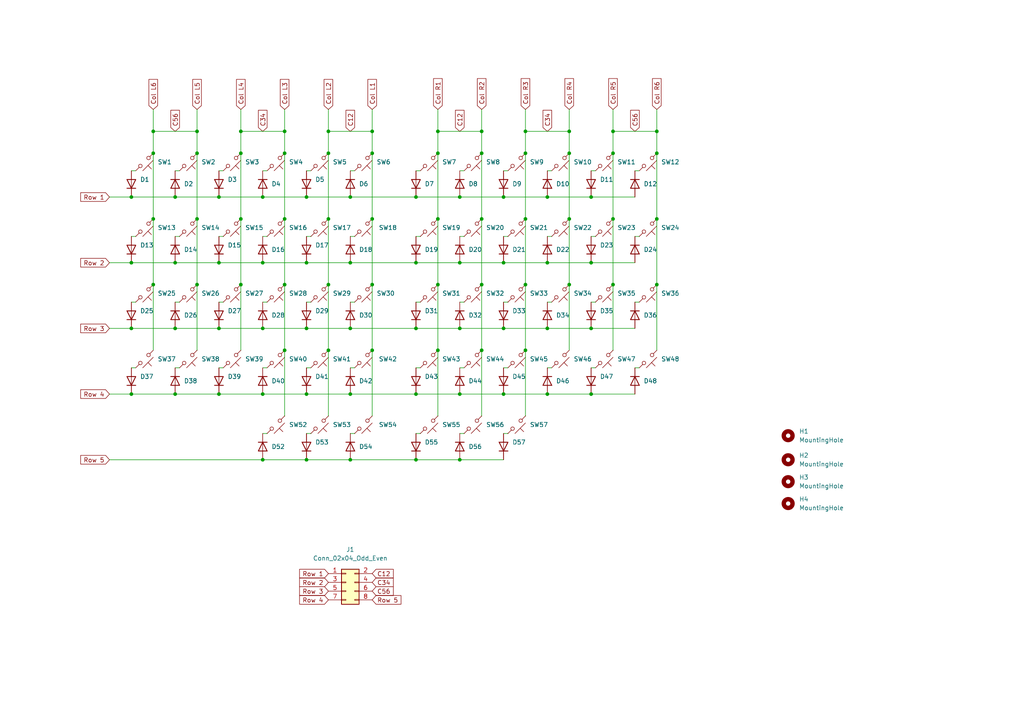
<source format=kicad_sch>
(kicad_sch (version 20231120) (generator "eeschema") (generator_version "8.0")
  (paper "A4")
  (lib_symbols
    (symbol "Connector_Generic:Conn_02x04_Odd_Even" (pin_names (offset 1.016) hide)
      (property "Reference" "J" (at 1.27 5.08 0))
      (property "Value" "Conn_02x04_Odd_Even" (at 1.27 -7.62 0))
      (symbol "Conn_02x04_Odd_Even_1_1"
        (rectangle (start -1.27 -4.953) (end 0 -5.207) (stroke (width 0.1524)))
        (rectangle (start -1.27 -2.413) (end 0 -2.667) (stroke (width 0.1524)))
        (rectangle (start -1.27 0.127) (end 0 -0.127) (stroke (width 0.1524)))
        (rectangle (start -1.27 2.667) (end 0 2.413) (stroke (width 0.1524)))
        (rectangle (start -1.27 3.81) (end 3.81 -6.35) (stroke (width 0.254)) (fill (type background)))
        (rectangle (start 3.81 -4.953) (end 2.54 -5.207) (stroke (width 0.1524)))
        (rectangle (start 3.81 -2.413) (end 2.54 -2.667) (stroke (width 0.1524)))
        (rectangle (start 3.81 0.127) (end 2.54 -0.127) (stroke (width 0.1524)))
        (rectangle (start 3.81 2.667) (end 2.54 2.413) (stroke (width 0.1524)))
        (pin passive line (at -5.08 2.54 0) (length 3.81) (name "Pin_1") (number "1"))
        (pin passive line (at 7.62 2.54 180) (length 3.81) (name "Pin_2") (number "2"))
        (pin passive line (at -5.08 0 0) (length 3.81) (name "Pin_3") (number "3"))
        (pin passive line (at 7.62 0 180) (length 3.81) (name "Pin_4") (number "4"))
        (pin passive line (at -5.08 -2.54 0) (length 3.81) (name "Pin_5") (number "5"))
        (pin passive line (at 7.62 -2.54 180) (length 3.81) (name "Pin_6") (number "6"))
        (pin passive line (at -5.08 -5.08 0) (length 3.81) (name "Pin_7") (number "7"))
        (pin passive line (at 7.62 -5.08 180) (length 3.81) (name "Pin_8") (number "8"))
      )
    )
    (symbol "Diode:1N4448W" (pin_numbers hide) (pin_names hide)
      (property "Reference" "D" (at 0 2.54 0))
      (property "Value" "1N4448W" (at 0 -2.54 0))
      (symbol "1N4448W_0_1"
        (polyline (pts (xy -1.27 1.27) (xy -1.27 -1.27)) (stroke (width 0.254)))
        (polyline (pts (xy 1.27 0) (xy -1.27 0)))
        (polyline (pts (xy 1.27 1.27) (xy 1.27 -1.27) (xy -1.27 0) (xy 1.27 1.27)) (stroke (width 0.254)))
      )
      (symbol "1N4448W_1_1"
        (pin passive line (at -3.81 0 0) (length 2.54) (name "K") (number "1"))
        (pin passive line (at 3.81 0 180) (length 2.54) (name "A") (number "2"))
      )
    )
    (symbol "Mechanical:MountingHole" (pin_names (offset 1.016))
      (property "Reference" "H" (at 0 5.08 0))
      (property "Value" "MountingHole" (at 0 3.175 0))
      (symbol "MountingHole_0_1"
        (circle (center 0 0) (radius 1.27) (stroke (width 1.27)))
      )
    )
    (symbol "Switch:SW_Push_45deg" (pin_numbers hide) (pin_names (offset 1.016) hide)
      (property "Reference" "SW" (at 3.048 1.016 0))
      (property "Value" "SW_Push_45deg" (at 0 -3.81 0))
      (symbol "SW_Push_45deg_0_1"
        (circle (center -1.1684 1.1684) (radius 0.508))
        (polyline (pts (xy -0.508 2.54) (xy 2.54 -0.508)))
        (polyline (pts (xy 1.016 1.016) (xy 2.032 2.032)))
        (polyline (pts (xy -2.54 2.54) (xy -1.524 1.524) (xy -1.524 1.524)))
        (polyline (pts (xy 1.524 -1.524) (xy 2.54 -2.54) (xy 2.54 -2.54) (xy 2.54 -2.54)))
        (circle (center 1.143 -1.1938) (radius 0.508))
        (pin passive line (at -2.54 2.54 0) (length 0) (name "1") (number "1"))
        (pin passive line (at 2.54 -2.54 180) (length 0) (name "2") (number "2"))
      )
    )
  )
  (junction (at 139.7 101.6))
  (junction (at 38.1 95.25))
  (junction (at 101.6 95.25))
  (junction (at 146.05 95.25))
  (junction (at 139.7 38.1))
  (junction (at 146.05 57.15))
  (junction (at 57.15 63.5))
  (junction (at 88.9 95.25))
  (junction (at 165.1 44.45))
  (junction (at 95.25 38.1))
  (junction (at 44.45 44.45))
  (junction (at 171.45 76.2))
  (junction (at 152.4 38.1))
  (junction (at 177.8 82.55))
  (junction (at 63.5 76.2))
  (junction (at 101.6 133.35))
  (junction (at 82.55 101.6))
  (junction (at 152.4 101.6))
  (junction (at 107.95 44.45))
  (junction (at 171.45 95.25))
  (junction (at 76.2 57.15))
  (junction (at 158.75 95.25))
  (junction (at 95.25 63.5))
  (junction (at 82.55 63.5))
  (junction (at 50.8 95.25))
  (junction (at 165.1 63.5))
  (junction (at 63.5 57.15))
  (junction (at 88.9 114.3))
  (junction (at 57.15 82.55))
  (junction (at 76.2 114.3))
  (junction (at 76.2 133.35))
  (junction (at 38.1 114.3))
  (junction (at 107.95 101.6))
  (junction (at 152.4 82.55))
  (junction (at 127 82.55))
  (junction (at 120.65 57.15))
  (junction (at 165.1 38.1))
  (junction (at 57.15 44.45))
  (junction (at 120.65 76.2))
  (junction (at 120.65 133.35))
  (junction (at 127 44.45))
  (junction (at 133.35 95.25))
  (junction (at 177.8 38.1))
  (junction (at 190.5 38.1))
  (junction (at 139.7 44.45))
  (junction (at 152.4 63.5))
  (junction (at 69.85 38.1))
  (junction (at 177.8 63.5))
  (junction (at 88.9 57.15))
  (junction (at 133.35 114.3))
  (junction (at 146.05 114.3))
  (junction (at 120.65 114.3))
  (junction (at 63.5 95.25))
  (junction (at 107.95 38.1))
  (junction (at 139.7 82.55))
  (junction (at 69.85 63.5))
  (junction (at 76.2 95.25))
  (junction (at 88.9 76.2))
  (junction (at 38.1 57.15))
  (junction (at 95.25 44.45))
  (junction (at 101.6 57.15))
  (junction (at 190.5 82.55))
  (junction (at 50.8 114.3))
  (junction (at 165.1 82.55))
  (junction (at 190.5 63.5))
  (junction (at 133.35 133.35))
  (junction (at 133.35 76.2))
  (junction (at 127 38.1))
  (junction (at 50.8 76.2))
  (junction (at 82.55 38.1))
  (junction (at 101.6 114.3))
  (junction (at 107.95 63.5))
  (junction (at 69.85 44.45))
  (junction (at 120.65 95.25))
  (junction (at 177.8 44.45))
  (junction (at 171.45 114.3))
  (junction (at 76.2 76.2))
  (junction (at 82.55 44.45))
  (junction (at 69.85 82.55))
  (junction (at 171.45 57.15))
  (junction (at 82.55 82.55))
  (junction (at 63.5 114.3))
  (junction (at 127 101.6))
  (junction (at 44.45 82.55))
  (junction (at 101.6 76.2))
  (junction (at 44.45 38.1))
  (junction (at 133.35 57.15))
  (junction (at 95.25 82.55))
  (junction (at 158.75 76.2))
  (junction (at 152.4 44.45))
  (junction (at 107.95 82.55))
  (junction (at 158.75 57.15))
  (junction (at 95.25 101.6))
  (junction (at 158.75 114.3))
  (junction (at 50.8 57.15))
  (junction (at 190.5 44.45))
  (junction (at 57.15 38.1))
  (junction (at 44.45 63.5))
  (junction (at 127 63.5))
  (junction (at 88.9 133.35))
  (junction (at 38.1 76.2))
  (junction (at 139.7 63.5))
  (junction (at 146.05 76.2))
  (wire (pts (xy 95.25 101.6) (xy 95.25 120.65)))
  (wire (pts (xy 82.55 44.45) (xy 82.55 63.5)))
  (wire (pts (xy 127 63.5) (xy 127 82.55)))
  (wire (pts (xy 172.72 87.63) (xy 171.45 87.63)))
  (wire (pts (xy 57.15 82.55) (xy 57.15 101.6)))
  (wire (pts (xy 76.2 95.25) (xy 88.9 95.25)))
  (wire (pts (xy 76.2 57.15) (xy 88.9 57.15)))
  (wire (pts (xy 76.2 114.3) (xy 88.9 114.3)))
  (wire (pts (xy 127 31.75) (xy 127 38.1)))
  (wire (pts (xy 76.2 125.73) (xy 77.47 125.73)))
  (wire (pts (xy 165.1 38.1) (xy 165.1 44.45)))
  (wire (pts (xy 120.65 133.35) (xy 133.35 133.35)))
  (wire (pts (xy 69.85 38.1) (xy 69.85 44.45)))
  (wire (pts (xy 165.1 31.75) (xy 165.1 38.1)))
  (wire (pts (xy 177.8 31.75) (xy 177.8 38.1)))
  (wire (pts (xy 158.75 68.58) (xy 160.02 68.58)))
  (wire (pts (xy 76.2 87.63) (xy 77.47 87.63)))
  (wire (pts (xy 171.45 76.2) (xy 184.15 76.2)))
  (wire (pts (xy 158.75 76.2) (xy 171.45 76.2)))
  (wire (pts (xy 146.05 114.3) (xy 158.75 114.3)))
  (wire (pts (xy 76.2 133.35) (xy 88.9 133.35)))
  (wire (pts (xy 50.8 49.53) (xy 52.07 49.53)))
  (wire (pts (xy 64.77 87.63) (xy 63.5 87.63)))
  (wire (pts (xy 152.4 38.1) (xy 152.4 44.45)))
  (wire (pts (xy 133.35 68.58) (xy 134.62 68.58)))
  (wire (pts (xy 38.1 95.25) (xy 50.8 95.25)))
  (wire (pts (xy 127 82.55) (xy 127 101.6)))
  (wire (pts (xy 147.32 87.63) (xy 146.05 87.63)))
  (wire (pts (xy 121.92 106.68) (xy 120.65 106.68)))
  (wire (pts (xy 95.25 38.1) (xy 107.95 38.1)))
  (wire (pts (xy 57.15 31.75) (xy 57.15 38.1)))
  (wire (pts (xy 121.92 68.58) (xy 120.65 68.58)))
  (wire (pts (xy 133.35 114.3) (xy 146.05 114.3)))
  (wire (pts (xy 165.1 44.45) (xy 165.1 63.5)))
  (wire (pts (xy 101.6 106.68) (xy 102.87 106.68)))
  (wire (pts (xy 120.65 49.53) (xy 121.92 49.53)))
  (wire (pts (xy 50.8 76.2) (xy 63.5 76.2)))
  (wire (pts (xy 57.15 44.45) (xy 57.15 63.5)))
  (wire (pts (xy 82.55 31.75) (xy 82.55 38.1)))
  (wire (pts (xy 158.75 57.15) (xy 171.45 57.15)))
  (wire (pts (xy 184.15 68.58) (xy 185.42 68.58)))
  (wire (pts (xy 190.5 63.5) (xy 190.5 82.55)))
  (wire (pts (xy 158.75 114.3) (xy 171.45 114.3)))
  (wire (pts (xy 101.6 57.15) (xy 120.65 57.15)))
  (wire (pts (xy 133.35 87.63) (xy 134.62 87.63)))
  (wire (pts (xy 95.25 82.55) (xy 95.25 101.6)))
  (wire (pts (xy 158.75 49.53) (xy 160.02 49.53)))
  (wire (pts (xy 63.5 95.25) (xy 76.2 95.25)))
  (wire (pts (xy 184.15 87.63) (xy 185.42 87.63)))
  (wire (pts (xy 90.17 68.58) (xy 88.9 68.58)))
  (wire (pts (xy 177.8 38.1) (xy 177.8 44.45)))
  (wire (pts (xy 82.55 82.55) (xy 82.55 101.6)))
  (wire (pts (xy 152.4 63.5) (xy 152.4 82.55)))
  (wire (pts (xy 133.35 133.35) (xy 146.05 133.35)))
  (wire (pts (xy 107.95 101.6) (xy 107.95 120.65)))
  (wire (pts (xy 152.4 101.6) (xy 152.4 120.65)))
  (wire (pts (xy 158.75 106.68) (xy 160.02 106.68)))
  (wire (pts (xy 147.32 106.68) (xy 146.05 106.68)))
  (wire (pts (xy 190.5 38.1) (xy 190.5 44.45)))
  (wire (pts (xy 44.45 63.5) (xy 44.45 82.55)))
  (wire (pts (xy 69.85 82.55) (xy 69.85 101.6)))
  (wire (pts (xy 139.7 82.55) (xy 139.7 101.6)))
  (wire (pts (xy 88.9 57.15) (xy 101.6 57.15)))
  (wire (pts (xy 172.72 68.58) (xy 171.45 68.58)))
  (wire (pts (xy 177.8 82.55) (xy 177.8 101.6)))
  (wire (pts (xy 120.65 76.2) (xy 133.35 76.2)))
  (wire (pts (xy 171.45 57.15) (xy 184.15 57.15)))
  (wire (pts (xy 63.5 57.15) (xy 76.2 57.15)))
  (wire (pts (xy 177.8 44.45) (xy 177.8 63.5)))
  (wire (pts (xy 121.92 125.73) (xy 120.65 125.73)))
  (wire (pts (xy 44.45 38.1) (xy 57.15 38.1)))
  (wire (pts (xy 158.75 95.25) (xy 171.45 95.25)))
  (wire (pts (xy 39.37 87.63) (xy 38.1 87.63)))
  (wire (pts (xy 44.45 31.75) (xy 44.45 38.1)))
  (wire (pts (xy 82.55 63.5) (xy 82.55 82.55)))
  (wire (pts (xy 165.1 63.5) (xy 165.1 82.55)))
  (wire (pts (xy 90.17 106.68) (xy 88.9 106.68)))
  (wire (pts (xy 88.9 49.53) (xy 90.17 49.53)))
  (wire (pts (xy 50.8 95.25) (xy 63.5 95.25)))
  (wire (pts (xy 127 101.6) (xy 127 120.65)))
  (wire (pts (xy 64.77 68.58) (xy 63.5 68.58)))
  (wire (pts (xy 139.7 38.1) (xy 139.7 44.45)))
  (wire (pts (xy 88.9 76.2) (xy 101.6 76.2)))
  (wire (pts (xy 107.95 38.1) (xy 107.95 44.45)))
  (wire (pts (xy 133.35 125.73) (xy 134.62 125.73)))
  (wire (pts (xy 147.32 125.73) (xy 146.05 125.73)))
  (wire (pts (xy 120.65 114.3) (xy 133.35 114.3)))
  (wire (pts (xy 31.75 57.15) (xy 38.1 57.15)))
  (wire (pts (xy 57.15 63.5) (xy 57.15 82.55)))
  (wire (pts (xy 31.75 95.25) (xy 38.1 95.25)))
  (wire (pts (xy 139.7 44.45) (xy 139.7 63.5)))
  (wire (pts (xy 127 38.1) (xy 127 44.45)))
  (wire (pts (xy 121.92 87.63) (xy 120.65 87.63)))
  (wire (pts (xy 95.25 63.5) (xy 95.25 82.55)))
  (wire (pts (xy 158.75 87.63) (xy 160.02 87.63)))
  (wire (pts (xy 133.35 76.2) (xy 146.05 76.2)))
  (wire (pts (xy 101.6 87.63) (xy 102.87 87.63)))
  (wire (pts (xy 152.4 38.1) (xy 165.1 38.1)))
  (wire (pts (xy 76.2 106.68) (xy 77.47 106.68)))
  (wire (pts (xy 133.35 95.25) (xy 146.05 95.25)))
  (wire (pts (xy 50.8 114.3) (xy 63.5 114.3)))
  (wire (pts (xy 165.1 82.55) (xy 165.1 101.6)))
  (wire (pts (xy 39.37 68.58) (xy 38.1 68.58)))
  (wire (pts (xy 133.35 49.53) (xy 134.62 49.53)))
  (wire (pts (xy 177.8 63.5) (xy 177.8 82.55)))
  (wire (pts (xy 31.75 114.3) (xy 38.1 114.3)))
  (wire (pts (xy 152.4 44.45) (xy 152.4 63.5)))
  (wire (pts (xy 146.05 49.53) (xy 147.32 49.53)))
  (wire (pts (xy 152.4 82.55) (xy 152.4 101.6)))
  (wire (pts (xy 90.17 87.63) (xy 88.9 87.63)))
  (wire (pts (xy 76.2 76.2) (xy 88.9 76.2)))
  (wire (pts (xy 133.35 57.15) (xy 146.05 57.15)))
  (wire (pts (xy 139.7 63.5) (xy 139.7 82.55)))
  (wire (pts (xy 88.9 114.3) (xy 101.6 114.3)))
  (wire (pts (xy 88.9 133.35) (xy 101.6 133.35)))
  (wire (pts (xy 38.1 76.2) (xy 50.8 76.2)))
  (wire (pts (xy 171.45 49.53) (xy 172.72 49.53)))
  (wire (pts (xy 184.15 49.53) (xy 185.42 49.53)))
  (wire (pts (xy 139.7 31.75) (xy 139.7 38.1)))
  (wire (pts (xy 38.1 114.3) (xy 50.8 114.3)))
  (wire (pts (xy 127 38.1) (xy 139.7 38.1)))
  (wire (pts (xy 39.37 106.68) (xy 38.1 106.68)))
  (wire (pts (xy 190.5 31.75) (xy 190.5 38.1)))
  (wire (pts (xy 63.5 114.3) (xy 76.2 114.3)))
  (wire (pts (xy 88.9 95.25) (xy 101.6 95.25)))
  (wire (pts (xy 101.6 114.3) (xy 120.65 114.3)))
  (wire (pts (xy 95.25 31.75) (xy 95.25 38.1)))
  (wire (pts (xy 133.35 106.68) (xy 134.62 106.68)))
  (wire (pts (xy 107.95 44.45) (xy 107.95 63.5)))
  (wire (pts (xy 64.77 106.68) (xy 63.5 106.68)))
  (wire (pts (xy 139.7 101.6) (xy 139.7 120.65)))
  (wire (pts (xy 184.15 106.68) (xy 185.42 106.68)))
  (wire (pts (xy 101.6 95.25) (xy 120.65 95.25)))
  (wire (pts (xy 190.5 82.55) (xy 190.5 101.6)))
  (wire (pts (xy 147.32 68.58) (xy 146.05 68.58)))
  (wire (pts (xy 95.25 38.1) (xy 95.25 44.45)))
  (wire (pts (xy 57.15 38.1) (xy 57.15 44.45)))
  (wire (pts (xy 44.45 44.45) (xy 44.45 63.5)))
  (wire (pts (xy 38.1 57.15) (xy 50.8 57.15)))
  (wire (pts (xy 90.17 125.73) (xy 88.9 125.73)))
  (wire (pts (xy 44.45 82.55) (xy 44.45 101.6)))
  (wire (pts (xy 76.2 49.53) (xy 77.47 49.53)))
  (wire (pts (xy 76.2 68.58) (xy 77.47 68.58)))
  (wire (pts (xy 146.05 57.15) (xy 158.75 57.15)))
  (wire (pts (xy 190.5 44.45) (xy 190.5 63.5)))
  (wire (pts (xy 107.95 31.75) (xy 107.95 38.1)))
  (wire (pts (xy 50.8 57.15) (xy 63.5 57.15)))
  (wire (pts (xy 69.85 31.75) (xy 69.85 38.1)))
  (wire (pts (xy 69.85 44.45) (xy 69.85 63.5)))
  (wire (pts (xy 101.6 133.35) (xy 120.65 133.35)))
  (wire (pts (xy 69.85 38.1) (xy 82.55 38.1)))
  (wire (pts (xy 172.72 106.68) (xy 171.45 106.68)))
  (wire (pts (xy 69.85 63.5) (xy 69.85 82.55)))
  (wire (pts (xy 82.55 38.1) (xy 82.55 44.45)))
  (wire (pts (xy 63.5 76.2) (xy 76.2 76.2)))
  (wire (pts (xy 101.6 68.58) (xy 102.87 68.58)))
  (wire (pts (xy 107.95 63.5) (xy 107.95 82.55)))
  (wire (pts (xy 177.8 38.1) (xy 190.5 38.1)))
  (wire (pts (xy 95.25 44.45) (xy 95.25 63.5)))
  (wire (pts (xy 44.45 38.1) (xy 44.45 44.45)))
  (wire (pts (xy 31.75 133.35) (xy 76.2 133.35)))
  (wire (pts (xy 63.5 49.53) (xy 64.77 49.53)))
  (wire (pts (xy 50.8 106.68) (xy 52.07 106.68)))
  (wire (pts (xy 171.45 95.25) (xy 184.15 95.25)))
  (wire (pts (xy 120.65 95.25) (xy 133.35 95.25)))
  (wire (pts (xy 120.65 57.15) (xy 133.35 57.15)))
  (wire (pts (xy 127 44.45) (xy 127 63.5)))
  (wire (pts (xy 50.8 87.63) (xy 52.07 87.63)))
  (wire (pts (xy 107.95 82.55) (xy 107.95 101.6)))
  (wire (pts (xy 171.45 114.3) (xy 184.15 114.3)))
  (wire (pts (xy 101.6 125.73) (xy 102.87 125.73)))
  (wire (pts (xy 101.6 76.2) (xy 120.65 76.2)))
  (wire (pts (xy 146.05 95.25) (xy 158.75 95.25)))
  (wire (pts (xy 31.75 76.2) (xy 38.1 76.2)))
  (wire (pts (xy 146.05 76.2) (xy 158.75 76.2)))
  (wire (pts (xy 152.4 31.75) (xy 152.4 38.1)))
  (wire (pts (xy 50.8 68.58) (xy 52.07 68.58)))
  (wire (pts (xy 38.1 49.53) (xy 39.37 49.53)))
  (wire (pts (xy 82.55 101.6) (xy 82.55 120.65)))
  (wire (pts (xy 101.6 49.53) (xy 102.87 49.53)))
  (global_label "Row 4" (shape input) (at 95.25 173.99 180) (property "Intersheetrefs" "${INTERSHEET_REFS}" (effects (hide yes))))
  (global_label "Col L2" (shape input) (at 95.25 31.75 90) (property "Intersheetrefs" "${INTERSHEET_REFS}" (effects (hide yes))))
  (global_label "C56" (shape input) (at 107.95 171.45 0) (property "Intersheetrefs" "${INTERSHEET_REFS}" (effects (hide yes))))
  (global_label "Col R3" (shape input) (at 152.4 31.75 90) (property "Intersheetrefs" "${INTERSHEET_REFS}" (effects (hide yes))))
  (global_label "Col R4" (shape input) (at 165.1 31.75 90) (property "Intersheetrefs" "${INTERSHEET_REFS}" (effects (hide yes))))
  (global_label "C12" (shape input) (at 101.6 38.1 90) (property "Intersheetrefs" "${INTERSHEET_REFS}" (effects (hide yes))))
  (global_label "Col R5" (shape input) (at 177.8 31.75 90) (property "Intersheetrefs" "${INTERSHEET_REFS}" (effects (hide yes))))
  (global_label "C34" (shape input) (at 158.75 38.1 90) (property "Intersheetrefs" "${INTERSHEET_REFS}" (effects (hide yes))))
  (global_label "C56" (shape input) (at 184.15 38.1 90) (property "Intersheetrefs" "${INTERSHEET_REFS}" (effects (hide yes))))
  (global_label "C12" (shape input) (at 133.35 38.1 90) (property "Intersheetrefs" "${INTERSHEET_REFS}" (effects (hide yes))))
  (global_label "Row 2" (shape input) (at 31.75 76.2 180) (property "Intersheetrefs" "${INTERSHEET_REFS}" (effects (hide yes))))
  (global_label "Row 5" (shape input) (at 107.95 173.99 0) (property "Intersheetrefs" "${INTERSHEET_REFS}" (effects (hide yes))))
  (global_label "Col L5" (shape input) (at 57.15 31.75 90) (property "Intersheetrefs" "${INTERSHEET_REFS}" (effects (hide yes))))
  (global_label "Col L3" (shape input) (at 82.55 31.75 90) (property "Intersheetrefs" "${INTERSHEET_REFS}" (effects (hide yes))))
  (global_label "Row 5" (shape input) (at 31.75 133.35 180) (property "Intersheetrefs" "${INTERSHEET_REFS}" (effects (hide yes))))
  (global_label "Col L6" (shape input) (at 44.45 31.75 90) (property "Intersheetrefs" "${INTERSHEET_REFS}" (effects (hide yes))))
  (global_label "Col L1" (shape input) (at 107.95 31.75 90) (property "Intersheetrefs" "${INTERSHEET_REFS}" (effects (hide yes))))
  (global_label "C56" (shape input) (at 50.8 38.1 90) (property "Intersheetrefs" "${INTERSHEET_REFS}" (effects (hide yes))))
  (global_label "Row 3" (shape input) (at 95.25 171.45 180) (property "Intersheetrefs" "${INTERSHEET_REFS}" (effects (hide yes))))
  (global_label "C12" (shape input) (at 107.95 166.37 0) (property "Intersheetrefs" "${INTERSHEET_REFS}" (effects (hide yes))))
  (global_label "Col L4" (shape input) (at 69.85 31.75 90) (property "Intersheetrefs" "${INTERSHEET_REFS}" (effects (hide yes))))
  (global_label "Row 4" (shape input) (at 31.75 114.3 180) (property "Intersheetrefs" "${INTERSHEET_REFS}" (effects (hide yes))))
  (global_label "Row 1" (shape input) (at 31.75 57.15 180) (property "Intersheetrefs" "${INTERSHEET_REFS}" (effects (hide yes))))
  (global_label "Col R1" (shape input) (at 127 31.75 90) (property "Intersheetrefs" "${INTERSHEET_REFS}" (effects (hide yes))))
  (global_label "Row 3" (shape input) (at 31.75 95.25 180) (property "Intersheetrefs" "${INTERSHEET_REFS}" (effects (hide yes))))
  (global_label "Col R2" (shape input) (at 139.7 31.75 90) (property "Intersheetrefs" "${INTERSHEET_REFS}" (effects (hide yes))))
  (global_label "C34" (shape input) (at 76.2 38.1 90) (property "Intersheetrefs" "${INTERSHEET_REFS}" (effects (hide yes))))
  (global_label "Row 2" (shape input) (at 95.25 168.91 180) (property "Intersheetrefs" "${INTERSHEET_REFS}" (effects (hide yes))))
  (global_label "Col R6" (shape input) (at 190.5 31.75 90) (property "Intersheetrefs" "${INTERSHEET_REFS}" (effects (hide yes))))
  (global_label "C34" (shape input) (at 107.95 168.91 0) (property "Intersheetrefs" "${INTERSHEET_REFS}" (effects (hide yes))))
  (global_label "Row 1" (shape input) (at 95.25 166.37 180) (property "Intersheetrefs" "${INTERSHEET_REFS}" (effects (hide yes))))
  (symbol (lib_id "Diode:1N4448W") (at 146.05 72.39 90) (unit 1)
    (property "Reference" "D21" (at 148.59 72.3899 90) (effects (justify right)))
    (property "Value" "1N4448W" (effects (hide yes)))
    (property "Footprint" "Keyboard_Foostan:D3_SMD_v2" (effects (hide yes)))
    (property "Datasheet" "https://www.vishay.com/docs/85722/1n4448w.pdf" (effects (hide yes)))
  )
  (symbol (lib_id "Diode:1N4448W") (at 38.1 91.44 90) (unit 1)
    (property "Reference" "D25" (at 40.64 90.1699 90) (effects (justify right)))
    (property "Value" "1N4448W" (effects (hide yes)))
    (property "Footprint" "Keyboard_Foostan:D3_SMD_v2" (effects (hide yes)))
    (property "Datasheet" "https://www.vishay.com/docs/85722/1n4448w.pdf" (effects (hide yes)))
  )
  (symbol (lib_id "Diode:1N4448W") (at 171.45 53.34 90) (unit 1)
    (property "Reference" "D11" (at 173.99 52.0699 90) (effects (justify right)))
    (property "Value" "1N4448W" (effects (hide yes)))
    (property "Footprint" "Keyboard_Foostan:D3_SMD_v2" (effects (hide yes)))
    (property "Datasheet" "https://www.vishay.com/docs/85722/1n4448w.pdf" (effects (hide yes)))
  )
  (symbol (lib_id "Diode:1N4448W") (at 38.1 110.49 90) (unit 1)
    (property "Reference" "D37" (at 40.64 109.2199 90) (effects (justify right)))
    (property "Value" "1N4448W" (effects (hide yes)))
    (property "Footprint" "Keyboard_Foostan:D3_SMD_v2" (effects (hide yes)))
    (property "Datasheet" "https://www.vishay.com/docs/85722/1n4448w.pdf" (effects (hide yes)))
  )
  (symbol (lib_id "Switch:SW_Push_45deg") (at 54.61 66.04 270) (unit 1)
    (property "Reference" "SW14" (at 58.42 66.0399 90) (effects (justify left)))
    (property "Value" "SW_Push_45deg" (effects (hide yes)))
    (property "Footprint" "Keyboard_JSA:ChocV1_Hotswap_reverse" (effects (hide yes)))
  )
  (symbol (lib_id "Switch:SW_Push_45deg") (at 149.86 85.09 270) (unit 1)
    (property "Reference" "SW33" (at 153.67 85.0899 90) (effects (justify left)))
    (property "Value" "SW_Push_45deg" (effects (hide yes)))
    (property "Footprint" "Keyboard_JSA:ChocV1_Hotswap" (effects (hide yes)))
  )
  (symbol (lib_id "Diode:1N4448W") (at 120.65 72.39 90) (unit 1)
    (property "Reference" "D19" (at 123.19 72.3899 90) (effects (justify right)))
    (property "Value" "1N4448W" (effects (hide yes)))
    (property "Footprint" "Keyboard_Foostan:D3_SMD_v2" (effects (hide yes)))
    (property "Datasheet" "https://www.vishay.com/docs/85722/1n4448w.pdf" (effects (hide yes)))
  )
  (symbol (lib_id "Switch:SW_Push_45deg") (at 41.91 104.14 270) (unit 1)
    (property "Reference" "SW37" (at 45.72 104.1399 90) (effects (justify left)))
    (property "Value" "SW_Push_45deg" (effects (hide yes)))
    (property "Footprint" "Keyboard_JSA:ChocV1_Hotswap_reverse" (effects (hide yes)))
  )
  (symbol (lib_id "Switch:SW_Push_45deg") (at 149.86 66.04 270) (unit 1)
    (property "Reference" "SW21" (at 153.67 66.0399 90) (effects (justify left)))
    (property "Value" "SW_Push_45deg" (effects (hide yes)))
    (property "Footprint" "Keyboard_JSA:ChocV1_Hotswap" (effects (hide yes)))
  )
  (symbol (lib_id "Switch:SW_Push_45deg") (at 105.41 123.19 270) (unit 1)
    (property "Reference" "SW54" (at 109.855 123.19 90) (effects (justify left)))
    (property "Value" "SW_Push_45deg" (effects (hide yes)))
    (property "Footprint" "Keyboard_JSA:ChocV1_Hotswap_reverse" (effects (hide yes)))
  )
  (symbol (lib_id "Diode:1N4448W") (at 63.5 53.34 90) (unit 1)
    (property "Reference" "D3" (at 66.04 52.0699 90) (effects (justify right)))
    (property "Value" "1N4448W" (effects (hide yes)))
    (property "Footprint" "Keyboard_Foostan:D3_SMD_v2" (effects (hide yes)))
    (property "Datasheet" "https://www.vishay.com/docs/85722/1n4448w.pdf" (effects (hide yes)))
  )
  (symbol (lib_id "Diode:1N4448W") (at 120.65 110.49 90) (unit 1)
    (property "Reference" "D43" (at 123.19 109.2199 90) (effects (justify right)))
    (property "Value" "1N4448W" (effects (hide yes)))
    (property "Footprint" "Keyboard_Foostan:D3_SMD_v2" (effects (hide yes)))
    (property "Datasheet" "https://www.vishay.com/docs/85722/1n4448w.pdf" (effects (hide yes)))
  )
  (symbol (lib_id "Switch:SW_Push_45deg") (at 149.86 104.14 270) (unit 1)
    (property "Reference" "SW45" (at 153.67 104.1399 90) (effects (justify left)))
    (property "Value" "SW_Push_45deg" (effects (hide yes)))
    (property "Footprint" "Keyboard_JSA:ChocV1_Hotswap" (effects (hide yes)))
  )
  (symbol (lib_id "Switch:SW_Push_45deg") (at 80.01 85.09 270) (unit 1)
    (property "Reference" "SW28" (at 83.82 85.0899 90) (effects (justify left)))
    (property "Value" "SW_Push_45deg" (effects (hide yes)))
    (property "Footprint" "Keyboard_JSA:ChocV1_Hotswap_reverse" (effects (hide yes)))
  )
  (symbol (lib_id "Diode:1N4448W") (at 158.75 53.34 270) (unit 1)
    (property "Reference" "D10" (at 161.29 53.3399 90) (effects (justify left)))
    (property "Value" "1N4448W" (effects (hide yes)))
    (property "Footprint" "Keyboard_Foostan:D3_SMD_v2" (effects (hide yes)))
    (property "Datasheet" "https://www.vishay.com/docs/85722/1n4448w.pdf" (effects (hide yes)))
  )
  (symbol (lib_id "Mechanical:MountingHole") (at 228.6 139.7 0) (unit 1)
    (property "Reference" "H3" (at 231.775 138.4299 0) (effects (justify left)))
    (property "Value" "MountingHole" (at 231.775 140.9699 0) (effects (justify left)))
    (property "Footprint" "MountingHole:MountingHole_3.2mm_M3_DIN965" (effects (hide yes)))
  )
  (symbol (lib_id "Diode:1N4448W") (at 88.9 72.39 90) (unit 1)
    (property "Reference" "D17" (at 91.44 71.1199 90) (effects (justify right)))
    (property "Value" "1N4448W" (effects (hide yes)))
    (property "Footprint" "Keyboard_Foostan:D3_SMD_v2" (effects (hide yes)))
    (property "Datasheet" "https://www.vishay.com/docs/85722/1n4448w.pdf" (effects (hide yes)))
  )
  (symbol (lib_id "Diode:1N4448W") (at 63.5 72.39 90) (unit 1)
    (property "Reference" "D15" (at 66.04 71.1199 90) (effects (justify right)))
    (property "Value" "1N4448W" (effects (hide yes)))
    (property "Footprint" "Keyboard_Foostan:D3_SMD_v2" (effects (hide yes)))
    (property "Datasheet" "https://www.vishay.com/docs/85722/1n4448w.pdf" (effects (hide yes)))
  )
  (symbol (lib_id "Switch:SW_Push_45deg") (at 137.16 66.04 270) (unit 1)
    (property "Reference" "SW20" (at 140.97 66.0399 90) (effects (justify left)))
    (property "Value" "SW_Push_45deg" (effects (hide yes)))
    (property "Footprint" "Keyboard_JSA:ChocV1_Hotswap" (effects (hide yes)))
  )
  (symbol (lib_id "Diode:1N4448W") (at 88.9 110.49 90) (unit 1)
    (property "Reference" "D41" (at 91.44 109.2199 90) (effects (justify right)))
    (property "Value" "1N4448W" (effects (hide yes)))
    (property "Footprint" "Keyboard_Foostan:D3_SMD_v2" (effects (hide yes)))
    (property "Datasheet" "https://www.vishay.com/docs/85722/1n4448w.pdf" (effects (hide yes)))
  )
  (symbol (lib_id "Diode:1N4448W") (at 38.1 72.39 90) (unit 1)
    (property "Reference" "D13" (at 40.64 71.1199 90) (effects (justify right)))
    (property "Value" "1N4448W" (effects (hide yes)))
    (property "Footprint" "Keyboard_Foostan:D3_SMD_v2" (effects (hide yes)))
    (property "Datasheet" "https://www.vishay.com/docs/85722/1n4448w.pdf" (effects (hide yes)))
  )
  (symbol (lib_id "Switch:SW_Push_45deg") (at 67.31 85.09 270) (unit 1)
    (property "Reference" "SW27" (at 71.12 85.0899 90) (effects (justify left)))
    (property "Value" "SW_Push_45deg" (effects (hide yes)))
    (property "Footprint" "Keyboard_JSA:ChocV1_Hotswap_reverse" (effects (hide yes)))
  )
  (symbol (lib_id "Switch:SW_Push_45deg") (at 187.96 85.09 270) (unit 1)
    (property "Reference" "SW36" (at 191.77 85.0899 90) (effects (justify left)))
    (property "Value" "SW_Push_45deg" (effects (hide yes)))
    (property "Footprint" "Keyboard_JSA:ChocV1_Hotswap" (effects (hide yes)))
  )
  (symbol (lib_id "Switch:SW_Push_45deg") (at 175.26 85.09 270) (unit 1)
    (property "Reference" "SW35" (at 179.07 85.0899 90) (effects (justify left)))
    (property "Value" "SW_Push_45deg" (effects (hide yes)))
    (property "Footprint" "Keyboard_JSA:ChocV1_Hotswap" (effects (hide yes)))
  )
  (symbol (lib_id "Switch:SW_Push_45deg") (at 137.16 85.09 270) (unit 1)
    (property "Reference" "SW32" (at 140.97 85.0899 90) (effects (justify left)))
    (property "Value" "SW_Push_45deg" (effects (hide yes)))
    (property "Footprint" "Keyboard_JSA:ChocV1_Hotswap" (effects (hide yes)))
  )
  (symbol (lib_id "Switch:SW_Push_45deg") (at 175.26 46.99 270) (unit 1)
    (property "Reference" "SW11" (at 179.07 46.9899 90) (effects (justify left)))
    (property "Value" "SW_Push_45deg" (effects (hide yes)))
    (property "Footprint" "Keyboard_JSA:ChocV1_Hotswap" (effects (hide yes)))
  )
  (symbol (lib_id "Switch:SW_Push_45deg") (at 54.61 104.14 270) (unit 1)
    (property "Reference" "SW38" (at 58.42 104.1399 90) (effects (justify left)))
    (property "Value" "SW_Push_45deg" (effects (hide yes)))
    (property "Footprint" "Keyboard_JSA:ChocV1_Hotswap_reverse" (effects (hide yes)))
  )
  (symbol (lib_id "Switch:SW_Push_45deg") (at 124.46 85.09 270) (unit 1)
    (property "Reference" "SW31" (at 128.27 85.0899 90) (effects (justify left)))
    (property "Value" "SW_Push_45deg" (effects (hide yes)))
    (property "Footprint" "Keyboard_JSA:ChocV1_Hotswap" (effects (hide yes)))
  )
  (symbol (lib_id "Switch:SW_Push_45deg") (at 124.46 46.99 270) (unit 1)
    (property "Reference" "SW7" (at 128.27 46.9899 90) (effects (justify left)))
    (property "Value" "SW_Push_45deg" (effects (hide yes)))
    (property "Footprint" "Keyboard_JSA:ChocV1_Hotswap" (effects (hide yes)))
  )
  (symbol (lib_id "Diode:1N4448W") (at 120.65 91.44 90) (unit 1)
    (property "Reference" "D31" (at 123.19 90.1699 90) (effects (justify right)))
    (property "Value" "1N4448W" (effects (hide yes)))
    (property "Footprint" "Keyboard_Foostan:D3_SMD_v2" (effects (hide yes)))
    (property "Datasheet" "https://www.vishay.com/docs/85722/1n4448w.pdf" (effects (hide yes)))
  )
  (symbol (lib_id "Switch:SW_Push_45deg") (at 41.91 85.09 270) (unit 1)
    (property "Reference" "SW25" (at 45.72 85.0899 90) (effects (justify left)))
    (property "Value" "SW_Push_45deg" (effects (hide yes)))
    (property "Footprint" "Keyboard_JSA:ChocV1_Hotswap_reverse" (effects (hide yes)))
  )
  (symbol (lib_id "Switch:SW_Push_45deg") (at 54.61 46.99 270) (unit 1)
    (property "Reference" "SW2" (at 58.42 46.9899 90) (effects (justify left)))
    (property "Value" "SW_Push_45deg" (effects (hide yes)))
    (property "Footprint" "Keyboard_JSA:ChocV1_Hotswap_reverse" (effects (hide yes)))
  )
  (symbol (lib_id "Mechanical:MountingHole") (at 228.6 146.05 0) (unit 1)
    (property "Reference" "H4" (at 231.775 144.7799 0) (effects (justify left)))
    (property "Value" "MountingHole" (at 231.775 147.3199 0) (effects (justify left)))
    (property "Footprint" "MountingHole:MountingHole_3.2mm_M3_DIN965" (effects (hide yes)))
  )
  (symbol (lib_id "Diode:1N4448W") (at 76.2 110.49 270) (unit 1)
    (property "Reference" "D40" (at 78.74 110.4899 90) (effects (justify left)))
    (property "Value" "1N4448W" (effects (hide yes)))
    (property "Footprint" "Keyboard_Foostan:D3_SMD_v2" (effects (hide yes)))
    (property "Datasheet" "https://www.vishay.com/docs/85722/1n4448w.pdf" (effects (hide yes)))
  )
  (symbol (lib_id "Diode:1N4448W") (at 184.15 72.39 270) (unit 1)
    (property "Reference" "D24" (at 186.69 72.3899 90) (effects (justify left)))
    (property "Value" "1N4448W" (effects (hide yes)))
    (property "Footprint" "Keyboard_Foostan:D3_SMD_v2" (effects (hide yes)))
    (property "Datasheet" "https://www.vishay.com/docs/85722/1n4448w.pdf" (effects (hide yes)))
  )
  (symbol (lib_id "Diode:1N4448W") (at 120.65 129.54 90) (unit 1)
    (property "Reference" "D55" (at 123.19 128.2699 90) (effects (justify right)))
    (property "Value" "1N4448W" (effects (hide yes)))
    (property "Footprint" "Keyboard_Foostan:D3_SMD_v2" (effects (hide yes)))
    (property "Datasheet" "https://www.vishay.com/docs/85722/1n4448w.pdf" (effects (hide yes)))
  )
  (symbol (lib_id "Diode:1N4448W") (at 76.2 129.54 270) (unit 1)
    (property "Reference" "D52" (at 78.74 129.5399 90) (effects (justify left)))
    (property "Value" "1N4448W" (effects (hide yes)))
    (property "Footprint" "Keyboard_Foostan:D3_SMD_v2" (effects (hide yes)))
    (property "Datasheet" "https://www.vishay.com/docs/85722/1n4448w.pdf" (effects (hide yes)))
  )
  (symbol (lib_id "Diode:1N4448W") (at 184.15 110.49 270) (unit 1)
    (property "Reference" "D48" (at 186.69 110.4899 90) (effects (justify left)))
    (property "Value" "1N4448W" (effects (hide yes)))
    (property "Footprint" "Keyboard_Foostan:D3_SMD_v2" (effects (hide yes)))
    (property "Datasheet" "https://www.vishay.com/docs/85722/1n4448w.pdf" (effects (hide yes)))
  )
  (symbol (lib_id "Switch:SW_Push_45deg") (at 162.56 66.04 270) (unit 1)
    (property "Reference" "SW22" (at 166.37 66.0399 90) (effects (justify left)))
    (property "Value" "SW_Push_45deg" (effects (hide yes)))
    (property "Footprint" "Keyboard_JSA:ChocV1_Hotswap" (effects (hide yes)))
  )
  (symbol (lib_id "Diode:1N4448W") (at 184.15 53.34 270) (unit 1)
    (property "Reference" "D12" (at 186.69 53.3399 90) (effects (justify left)))
    (property "Value" "1N4448W" (effects (hide yes)))
    (property "Footprint" "Keyboard_Foostan:D3_SMD_v2" (effects (hide yes)))
    (property "Datasheet" "https://www.vishay.com/docs/85722/1n4448w.pdf" (effects (hide yes)))
  )
  (symbol (lib_id "Diode:1N4448W") (at 133.35 72.39 270) (unit 1)
    (property "Reference" "D20" (at 135.89 72.3899 90) (effects (justify left)))
    (property "Value" "1N4448W" (effects (hide yes)))
    (property "Footprint" "Keyboard_Foostan:D3_SMD_v2" (effects (hide yes)))
    (property "Datasheet" "https://www.vishay.com/docs/85722/1n4448w.pdf" (effects (hide yes)))
  )
  (symbol (lib_id "Switch:SW_Push_45deg") (at 137.16 123.19 270) (unit 1)
    (property "Reference" "SW56" (at 140.97 123.1899 90) (effects (justify left)))
    (property "Value" "SW_Push_45deg" (effects (hide yes)))
    (property "Footprint" "Keyboard_JSA:ChocV1_Hotswap" (effects (hide yes)))
  )
  (symbol (lib_id "Diode:1N4448W") (at 101.6 91.44 270) (unit 1)
    (property "Reference" "D30" (at 104.14 91.4399 90) (effects (justify left)))
    (property "Value" "1N4448W" (effects (hide yes)))
    (property "Footprint" "Keyboard_Foostan:D3_SMD_v2" (effects (hide yes)))
    (property "Datasheet" "https://www.vishay.com/docs/85722/1n4448w.pdf" (effects (hide yes)))
  )
  (symbol (lib_id "Diode:1N4448W") (at 101.6 110.49 270) (unit 1)
    (property "Reference" "D42" (at 104.14 110.4899 90) (effects (justify left)))
    (property "Value" "1N4448W" (effects (hide yes)))
    (property "Footprint" "Keyboard_Foostan:D3_SMD_v2" (effects (hide yes)))
    (property "Datasheet" "https://www.vishay.com/docs/85722/1n4448w.pdf" (effects (hide yes)))
  )
  (symbol (lib_id "Switch:SW_Push_45deg") (at 124.46 123.19 270) (unit 1)
    (property "Reference" "SW55" (at 128.27 123.1899 90) (effects (justify left)))
    (property "Value" "SW_Push_45deg" (effects (hide yes)))
    (property "Footprint" "Keyboard_JSA:ChocV1_Hotswap" (effects (hide yes)))
  )
  (symbol (lib_id "Mechanical:MountingHole") (at 228.6 133.35 0) (unit 1)
    (property "Reference" "H2" (at 231.775 132.0799 0) (effects (justify left)))
    (property "Value" "MountingHole" (at 231.775 134.6199 0) (effects (justify left)))
    (property "Footprint" "MountingHole:MountingHole_3.2mm_M3_DIN965" (effects (hide yes)))
  )
  (symbol (lib_id "Switch:SW_Push_45deg") (at 162.56 104.14 270) (unit 1)
    (property "Reference" "SW46" (at 166.37 104.1399 90) (effects (justify left)))
    (property "Value" "SW_Push_45deg" (effects (hide yes)))
    (property "Footprint" "Keyboard_JSA:ChocV1_Hotswap" (effects (hide yes)))
  )
  (symbol (lib_id "Diode:1N4448W") (at 120.65 53.34 90) (unit 1)
    (property "Reference" "D7" (at 123.19 53.3399 90) (effects (justify right)))
    (property "Value" "1N4448W" (effects (hide yes)))
    (property "Footprint" "Keyboard_Foostan:D3_SMD_v2" (effects (hide yes)))
    (property "Datasheet" "https://www.vishay.com/docs/85722/1n4448w.pdf" (effects (hide yes)))
  )
  (symbol (lib_id "Switch:SW_Push_45deg") (at 105.41 85.09 270) (unit 1)
    (property "Reference" "SW30" (at 109.22 85.09 90) (effects (justify left)))
    (property "Value" "SW_Push_45deg" (effects (hide yes)))
    (property "Footprint" "Keyboard_JSA:ChocV1_Hotswap_reverse" (effects (hide yes)))
  )
  (symbol (lib_id "Switch:SW_Push_45deg") (at 41.91 66.04 270) (unit 1)
    (property "Reference" "SW13" (at 45.72 66.0399 90) (effects (justify left)))
    (property "Value" "SW_Push_45deg" (effects (hide yes)))
    (property "Footprint" "Keyboard_JSA:ChocV1_Hotswap_reverse" (effects (hide yes)))
  )
  (symbol (lib_id "Connector_Generic:Conn_02x04_Odd_Even") (at 100.33 168.91 0) (unit 1)
    (property "Reference" "J1" (at 101.6 159.385 0))
    (property "Value" "Conn_02x04_Odd_Even" (at 101.6 161.925 0))
    (property "Footprint" "Keyboard_JSA:matrix_connector" (effects (hide yes)))
  )
  (symbol (lib_id "Diode:1N4448W") (at 101.6 72.39 270) (unit 1)
    (property "Reference" "D18" (at 104.14 72.3899 90) (effects (justify left)))
    (property "Value" "1N4448W" (effects (hide yes)))
    (property "Footprint" "Keyboard_Foostan:D3_SMD_v2" (effects (hide yes)))
    (property "Datasheet" "https://www.vishay.com/docs/85722/1n4448w.pdf" (effects (hide yes)))
  )
  (symbol (lib_id "Switch:SW_Push_45deg") (at 67.31 46.99 270) (unit 1)
    (property "Reference" "SW3" (at 71.12 46.9899 90) (effects (justify left)))
    (property "Value" "SW_Push_45deg" (effects (hide yes)))
    (property "Footprint" "Keyboard_JSA:ChocV1_Hotswap_reverse" (effects (hide yes)))
  )
  (symbol (lib_id "Diode:1N4448W") (at 63.5 110.49 90) (unit 1)
    (property "Reference" "D39" (at 66.04 109.2199 90) (effects (justify right)))
    (property "Value" "1N4448W" (effects (hide yes)))
    (property "Footprint" "Keyboard_Foostan:D3_SMD_v2" (effects (hide yes)))
    (property "Datasheet" "https://www.vishay.com/docs/85722/1n4448w.pdf" (effects (hide yes)))
  )
  (symbol (lib_id "Diode:1N4448W") (at 158.75 110.49 270) (unit 1)
    (property "Reference" "D46" (at 161.29 110.4899 90) (effects (justify left)))
    (property "Value" "1N4448W" (effects (hide yes)))
    (property "Footprint" "Keyboard_Foostan:D3_SMD_v2" (effects (hide yes)))
    (property "Datasheet" "https://www.vishay.com/docs/85722/1n4448w.pdf" (effects (hide yes)))
  )
  (symbol (lib_id "Switch:SW_Push_45deg") (at 149.86 123.19 270) (unit 1)
    (property "Reference" "SW57" (at 153.67 123.1899 90) (effects (justify left)))
    (property "Value" "SW_Push_45deg" (effects (hide yes)))
    (property "Footprint" "Keyboard_JSA:ChocV1_Hotswap" (effects (hide yes)))
  )
  (symbol (lib_id "Switch:SW_Push_45deg") (at 67.31 66.04 270) (unit 1)
    (property "Reference" "SW15" (at 71.12 66.0399 90) (effects (justify left)))
    (property "Value" "SW_Push_45deg" (effects (hide yes)))
    (property "Footprint" "Keyboard_JSA:ChocV1_Hotswap_reverse" (effects (hide yes)))
  )
  (symbol (lib_id "Switch:SW_Push_45deg") (at 162.56 46.99 270) (unit 1)
    (property "Reference" "SW10" (at 166.37 46.9899 90) (effects (justify left)))
    (property "Value" "SW_Push_45deg" (effects (hide yes)))
    (property "Footprint" "Keyboard_JSA:ChocV1_Hotswap" (effects (hide yes)))
  )
  (symbol (lib_id "Diode:1N4448W") (at 76.2 53.34 270) (unit 1)
    (property "Reference" "D4" (at 78.74 53.3399 90) (effects (justify left)))
    (property "Value" "1N4448W" (effects (hide yes)))
    (property "Footprint" "Keyboard_Foostan:D3_SMD_v2" (effects (hide yes)))
    (property "Datasheet" "https://www.vishay.com/docs/85722/1n4448w.pdf" (effects (hide yes)))
  )
  (symbol (lib_id "Diode:1N4448W") (at 101.6 129.54 270) (unit 1)
    (property "Reference" "D54" (at 104.14 129.5399 90) (effects (justify left)))
    (property "Value" "1N4448W" (effects (hide yes)))
    (property "Footprint" "Keyboard_Foostan:D3_SMD_v2" (effects (hide yes)))
    (property "Datasheet" "https://www.vishay.com/docs/85722/1n4448w.pdf" (effects (hide yes)))
  )
  (symbol (lib_id "Diode:1N4448W") (at 146.05 129.54 90) (unit 1)
    (property "Reference" "D57" (at 148.59 128.2699 90) (effects (justify right)))
    (property "Value" "1N4448W" (effects (hide yes)))
    (property "Footprint" "Keyboard_Foostan:D3_SMD_v2" (effects (hide yes)))
    (property "Datasheet" "https://www.vishay.com/docs/85722/1n4448w.pdf" (effects (hide yes)))
  )
  (symbol (lib_id "Switch:SW_Push_45deg") (at 105.41 104.14 270) (unit 1)
    (property "Reference" "SW42" (at 109.855 104.14 90) (effects (justify left)))
    (property "Value" "SW_Push_45deg" (effects (hide yes)))
    (property "Footprint" "Keyboard_JSA:ChocV1_Hotswap_reverse" (effects (hide yes)))
  )
  (symbol (lib_id "Diode:1N4448W") (at 101.6 53.34 270) (unit 1)
    (property "Reference" "D6" (at 104.14 53.3399 90) (effects (justify left)))
    (property "Value" "1N4448W" (effects (hide yes)))
    (property "Footprint" "Keyboard_Foostan:D3_SMD_v2" (effects (hide yes)))
    (property "Datasheet" "https://www.vishay.com/docs/85722/1n4448w.pdf" (effects (hide yes)))
  )
  (symbol (lib_id "Switch:SW_Push_45deg") (at 54.61 85.09 270) (unit 1)
    (property "Reference" "SW26" (at 58.42 85.0899 90) (effects (justify left)))
    (property "Value" "SW_Push_45deg" (effects (hide yes)))
    (property "Footprint" "Keyboard_JSA:ChocV1_Hotswap_reverse" (effects (hide yes)))
  )
  (symbol (lib_id "Switch:SW_Push_45deg") (at 149.86 46.99 270) (unit 1)
    (property "Reference" "SW9" (at 153.67 46.9899 90) (effects (justify left)))
    (property "Value" "SW_Push_45deg" (effects (hide yes)))
    (property "Footprint" "Keyboard_JSA:ChocV1_Hotswap" (effects (hide yes)))
  )
  (symbol (lib_id "Switch:SW_Push_45deg") (at 175.26 104.14 270) (unit 1)
    (property "Reference" "SW47" (at 179.07 104.1399 90) (effects (justify left)))
    (property "Value" "SW_Push_45deg" (effects (hide yes)))
    (property "Footprint" "Keyboard_JSA:ChocV1_Hotswap" (effects (hide yes)))
  )
  (symbol (lib_id "Diode:1N4448W") (at 133.35 91.44 270) (unit 1)
    (property "Reference" "D32" (at 135.89 91.4399 90) (effects (justify left)))
    (property "Value" "1N4448W" (effects (hide yes)))
    (property "Footprint" "Keyboard_Foostan:D3_SMD_v2" (effects (hide yes)))
    (property "Datasheet" "https://www.vishay.com/docs/85722/1n4448w.pdf" (effects (hide yes)))
  )
  (symbol (lib_id "Switch:SW_Push_45deg") (at 187.96 104.14 270) (unit 1)
    (property "Reference" "SW48" (at 191.77 104.1399 90) (effects (justify left)))
    (property "Value" "SW_Push_45deg" (effects (hide yes)))
    (property "Footprint" "Keyboard_JSA:ChocV1_Hotswap" (effects (hide yes)))
  )
  (symbol (lib_id "Diode:1N4448W") (at 50.8 72.39 270) (unit 1)
    (property "Reference" "D14" (at 53.34 72.3899 90) (effects (justify left)))
    (property "Value" "1N4448W" (effects (hide yes)))
    (property "Footprint" "Keyboard_Foostan:D3_SMD_v2" (effects (hide yes)))
    (property "Datasheet" "https://www.vishay.com/docs/85722/1n4448w.pdf" (effects (hide yes)))
  )
  (symbol (lib_id "Switch:SW_Push_45deg") (at 137.16 46.99 270) (unit 1)
    (property "Reference" "SW8" (at 140.97 46.9899 90) (effects (justify left)))
    (property "Value" "SW_Push_45deg" (effects (hide yes)))
    (property "Footprint" "Keyboard_JSA:ChocV1_Hotswap" (effects (hide yes)))
  )
  (symbol (lib_id "Switch:SW_Push_45deg") (at 92.71 46.99 270) (unit 1)
    (property "Reference" "SW5" (at 96.52 46.9899 90) (effects (justify left)))
    (property "Value" "SW_Push_45deg" (effects (hide yes)))
    (property "Footprint" "Keyboard_JSA:ChocV1_Hotswap_reverse" (effects (hide yes)))
  )
  (symbol (lib_id "Switch:SW_Push_45deg") (at 92.71 85.09 270) (unit 1)
    (property "Reference" "SW29" (at 96.52 85.0899 90) (effects (justify left)))
    (property "Value" "SW_Push_45deg" (effects (hide yes)))
    (property "Footprint" "Keyboard_JSA:ChocV1_Hotswap_reverse" (effects (hide yes)))
  )
  (symbol (lib_id "Diode:1N4448W") (at 158.75 91.44 270) (unit 1)
    (property "Reference" "D34" (at 161.29 91.4399 90) (effects (justify left)))
    (property "Value" "1N4448W" (effects (hide yes)))
    (property "Footprint" "Keyboard_Foostan:D3_SMD_v2" (effects (hide yes)))
    (property "Datasheet" "https://www.vishay.com/docs/85722/1n4448w.pdf" (effects (hide yes)))
  )
  (symbol (lib_id "Diode:1N4448W") (at 146.05 110.49 90) (unit 1)
    (property "Reference" "D45" (at 148.59 109.2199 90) (effects (justify right)))
    (property "Value" "1N4448W" (effects (hide yes)))
    (property "Footprint" "Keyboard_Foostan:D3_SMD_v2" (effects (hide yes)))
    (property "Datasheet" "https://www.vishay.com/docs/85722/1n4448w.pdf" (effects (hide yes)))
  )
  (symbol (lib_id "Diode:1N4448W") (at 158.75 72.39 270) (unit 1)
    (property "Reference" "D22" (at 161.29 72.3899 90) (effects (justify left)))
    (property "Value" "1N4448W" (effects (hide yes)))
    (property "Footprint" "Keyboard_Foostan:D3_SMD_v2" (effects (hide yes)))
    (property "Datasheet" "https://www.vishay.com/docs/85722/1n4448w.pdf" (effects (hide yes)))
  )
  (symbol (lib_id "Switch:SW_Push_45deg") (at 41.91 46.99 270) (unit 1)
    (property "Reference" "SW1" (at 45.72 46.9899 90) (effects (justify left)))
    (property "Value" "SW_Push_45deg" (effects (hide yes)))
    (property "Footprint" "Keyboard_JSA:ChocV1_Hotswap_reverse" (effects (hide yes)))
  )
  (symbol (lib_id "Switch:SW_Push_45deg") (at 187.96 46.99 270) (unit 1)
    (property "Reference" "SW12" (at 191.77 46.9899 90) (effects (justify left)))
    (property "Value" "SW_Push_45deg" (effects (hide yes)))
    (property "Footprint" "Keyboard_JSA:ChocV1_Hotswap" (effects (hide yes)))
  )
  (symbol (lib_id "Diode:1N4448W") (at 88.9 53.34 90) (unit 1)
    (property "Reference" "D5" (at 91.44 52.0699 90) (effects (justify right)))
    (property "Value" "1N4448W" (effects (hide yes)))
    (property "Footprint" "Keyboard_Foostan:D3_SMD_v2" (effects (hide yes)))
    (property "Datasheet" "https://www.vishay.com/docs/85722/1n4448w.pdf" (effects (hide yes)))
  )
  (symbol (lib_id "Diode:1N4448W") (at 50.8 53.34 270) (unit 1)
    (property "Reference" "D2" (at 53.34 53.3399 90) (effects (justify left)))
    (property "Value" "1N4448W" (effects (hide yes)))
    (property "Footprint" "Keyboard_Foostan:D3_SMD_v2" (effects (hide yes)))
    (property "Datasheet" "https://www.vishay.com/docs/85722/1n4448w.pdf" (effects (hide yes)))
  )
  (symbol (lib_id "Switch:SW_Push_45deg") (at 137.16 104.14 270) (unit 1)
    (property "Reference" "SW44" (at 140.97 104.1399 90) (effects (justify left)))
    (property "Value" "SW_Push_45deg" (effects (hide yes)))
    (property "Footprint" "Keyboard_JSA:ChocV1_Hotswap" (effects (hide yes)))
  )
  (symbol (lib_id "Switch:SW_Push_45deg") (at 67.31 104.14 270) (unit 1)
    (property "Reference" "SW39" (at 71.12 104.1399 90) (effects (justify left)))
    (property "Value" "SW_Push_45deg" (effects (hide yes)))
    (property "Footprint" "Keyboard_JSA:ChocV1_Hotswap_reverse" (effects (hide yes)))
  )
  (symbol (lib_id "Diode:1N4448W") (at 133.35 53.34 270) (unit 1)
    (property "Reference" "D8" (at 135.89 53.3399 90) (effects (justify left)))
    (property "Value" "1N4448W" (effects (hide yes)))
    (property "Footprint" "Keyboard_Foostan:D3_SMD_v2" (effects (hide yes)))
    (property "Datasheet" "https://www.vishay.com/docs/85722/1n4448w.pdf" (effects (hide yes)))
  )
  (symbol (lib_id "Diode:1N4448W") (at 50.8 110.49 270) (unit 1)
    (property "Reference" "D38" (at 53.34 110.4899 90) (effects (justify left)))
    (property "Value" "1N4448W" (effects (hide yes)))
    (property "Footprint" "Keyboard_Foostan:D3_SMD_v2" (effects (hide yes)))
    (property "Datasheet" "https://www.vishay.com/docs/85722/1n4448w.pdf" (effects (hide yes)))
  )
  (symbol (lib_id "Diode:1N4448W") (at 63.5 91.44 90) (unit 1)
    (property "Reference" "D27" (at 66.04 90.1699 90) (effects (justify right)))
    (property "Value" "1N4448W" (effects (hide yes)))
    (property "Footprint" "Keyboard_Foostan:D3_SMD_v2" (effects (hide yes)))
    (property "Datasheet" "https://www.vishay.com/docs/85722/1n4448w.pdf" (effects (hide yes)))
  )
  (symbol (lib_id "Diode:1N4448W") (at 38.1 53.34 90) (unit 1)
    (property "Reference" "D1" (at 40.64 52.0699 90) (effects (justify right)))
    (property "Value" "1N4448W" (effects (hide yes)))
    (property "Footprint" "Keyboard_Foostan:D3_SMD_v2" (effects (hide yes)))
    (property "Datasheet" "https://www.vishay.com/docs/85722/1n4448w.pdf" (effects (hide yes)))
  )
  (symbol (lib_id "Diode:1N4448W") (at 50.8 91.44 270) (unit 1)
    (property "Reference" "D26" (at 53.34 91.4399 90) (effects (justify left)))
    (property "Value" "1N4448W" (effects (hide yes)))
    (property "Footprint" "Keyboard_Foostan:D3_SMD_v2" (effects (hide yes)))
    (property "Datasheet" "https://www.vishay.com/docs/85722/1n4448w.pdf" (effects (hide yes)))
  )
  (symbol (lib_id "Diode:1N4448W") (at 88.9 129.54 90) (unit 1)
    (property "Reference" "D53" (at 91.44 128.2699 90) (effects (justify right)))
    (property "Value" "1N4448W" (effects (hide yes)))
    (property "Footprint" "Keyboard_Foostan:D3_SMD_v2" (effects (hide yes)))
    (property "Datasheet" "https://www.vishay.com/docs/85722/1n4448w.pdf" (effects (hide yes)))
  )
  (symbol (lib_id "Mechanical:MountingHole") (at 228.6 126.365 0) (unit 1)
    (property "Reference" "H1" (at 231.775 125.0949 0) (effects (justify left)))
    (property "Value" "MountingHole" (at 231.775 127.6349 0) (effects (justify left)))
    (property "Footprint" "MountingHole:MountingHole_3.2mm_M3_DIN965" (effects (hide yes)))
  )
  (symbol (lib_id "Switch:SW_Push_45deg") (at 80.01 66.04 270) (unit 1)
    (property "Reference" "SW16" (at 83.82 66.0399 90) (effects (justify left)))
    (property "Value" "SW_Push_45deg" (effects (hide yes)))
    (property "Footprint" "Keyboard_JSA:ChocV1_Hotswap_reverse" (effects (hide yes)))
  )
  (symbol (lib_id "Diode:1N4448W") (at 171.45 91.44 90) (unit 1)
    (property "Reference" "D35" (at 173.99 90.1699 90) (effects (justify right)))
    (property "Value" "1N4448W" (effects (hide yes)))
    (property "Footprint" "Keyboard_Foostan:D3_SMD_v2" (effects (hide yes)))
    (property "Datasheet" "https://www.vishay.com/docs/85722/1n4448w.pdf" (effects (hide yes)))
  )
  (symbol (lib_id "Switch:SW_Push_45deg") (at 105.41 46.99 270) (unit 1)
    (property "Reference" "SW6" (at 109.22 46.9899 90) (effects (justify left)))
    (property "Value" "SW_Push_45deg" (effects (hide yes)))
    (property "Footprint" "Keyboard_JSA:ChocV1_Hotswap_reverse" (effects (hide yes)))
  )
  (symbol (lib_id "Switch:SW_Push_45deg") (at 105.41 66.04 270) (unit 1)
    (property "Reference" "SW18" (at 109.855 66.04 90) (effects (justify left)))
    (property "Value" "SW_Push_45deg" (effects (hide yes)))
    (property "Footprint" "Keyboard_JSA:ChocV1_Hotswap_reverse" (effects (hide yes)))
  )
  (symbol (lib_id "Switch:SW_Push_45deg") (at 124.46 104.14 270) (unit 1)
    (property "Reference" "SW43" (at 128.27 104.1399 90) (effects (justify left)))
    (property "Value" "SW_Push_45deg" (effects (hide yes)))
    (property "Footprint" "Keyboard_JSA:ChocV1_Hotswap" (effects (hide yes)))
  )
  (symbol (lib_id "Diode:1N4448W") (at 76.2 91.44 270) (unit 1)
    (property "Reference" "D28" (at 78.74 91.4399 90) (effects (justify left)))
    (property "Value" "1N4448W" (effects (hide yes)))
    (property "Footprint" "Keyboard_Foostan:D3_SMD_v2" (effects (hide yes)))
    (property "Datasheet" "https://www.vishay.com/docs/85722/1n4448w.pdf" (effects (hide yes)))
  )
  (symbol (lib_id "Diode:1N4448W") (at 133.35 110.49 270) (unit 1)
    (property "Reference" "D44" (at 135.89 110.4899 90) (effects (justify left)))
    (property "Value" "1N4448W" (effects (hide yes)))
    (property "Footprint" "Keyboard_Foostan:D3_SMD_v2" (effects (hide yes)))
    (property "Datasheet" "https://www.vishay.com/docs/85722/1n4448w.pdf" (effects (hide yes)))
  )
  (symbol (lib_id "Diode:1N4448W") (at 146.05 53.34 90) (unit 1)
    (property "Reference" "D9" (at 148.59 53.3399 90) (effects (justify right)))
    (property "Value" "1N4448W" (effects (hide yes)))
    (property "Footprint" "Keyboard_Foostan:D3_SMD_v2" (effects (hide yes)))
    (property "Datasheet" "https://www.vishay.com/docs/85722/1n4448w.pdf" (effects (hide yes)))
  )
  (symbol (lib_id "Switch:SW_Push_45deg") (at 187.96 66.04 270) (unit 1)
    (property "Reference" "SW24" (at 191.77 66.0399 90) (effects (justify left)))
    (property "Value" "SW_Push_45deg" (effects (hide yes)))
    (property "Footprint" "Keyboard_JSA:ChocV1_Hotswap" (effects (hide yes)))
  )
  (symbol (lib_id "Switch:SW_Push_45deg") (at 80.01 123.19 270) (unit 1)
    (property "Reference" "SW52" (at 83.82 123.1899 90) (effects (justify left)))
    (property "Value" "SW_Push_45deg" (effects (hide yes)))
    (property "Footprint" "Keyboard_JSA:ChocV1_Hotswap_reverse" (effects (hide yes)))
  )
  (symbol (lib_id "Switch:SW_Push_45deg") (at 162.56 85.09 270) (unit 1)
    (property "Reference" "SW34" (at 166.37 85.0899 90) (effects (justify left)))
    (property "Value" "SW_Push_45deg" (effects (hide yes)))
    (property "Footprint" "Keyboard_JSA:ChocV1_Hotswap" (effects (hide yes)))
  )
  (symbol (lib_id "Switch:SW_Push_45deg") (at 92.71 104.14 270) (unit 1)
    (property "Reference" "SW41" (at 96.52 104.1399 90) (effects (justify left)))
    (property "Value" "SW_Push_45deg" (effects (hide yes)))
    (property "Footprint" "Keyboard_JSA:ChocV1_Hotswap_reverse" (effects (hide yes)))
  )
  (symbol (lib_id "Switch:SW_Push_45deg") (at 92.71 66.04 270) (unit 1)
    (property "Reference" "SW17" (at 96.52 66.0399 90) (effects (justify left)))
    (property "Value" "SW_Push_45deg" (effects (hide yes)))
    (property "Footprint" "Keyboard_JSA:ChocV1_Hotswap_reverse" (effects (hide yes)))
  )
  (symbol (lib_id "Switch:SW_Push_45deg") (at 80.01 46.99 270) (unit 1)
    (property "Reference" "SW4" (at 83.82 46.9899 90) (effects (justify left)))
    (property "Value" "SW_Push_45deg" (effects (hide yes)))
    (property "Footprint" "Keyboard_JSA:ChocV1_Hotswap_reverse" (effects (hide yes)))
  )
  (symbol (lib_id "Diode:1N4448W") (at 133.35 129.54 270) (unit 1)
    (property "Reference" "D56" (at 135.89 129.5399 90) (effects (justify left)))
    (property "Value" "1N4448W" (effects (hide yes)))
    (property "Footprint" "Keyboard_Foostan:D3_SMD_v2" (effects (hide yes)))
    (property "Datasheet" "https://www.vishay.com/docs/85722/1n4448w.pdf" (effects (hide yes)))
  )
  (symbol (lib_id "Switch:SW_Push_45deg") (at 175.26 66.04 270) (unit 1)
    (property "Reference" "SW23" (at 179.07 66.0399 90) (effects (justify left)))
    (property "Value" "SW_Push_45deg" (effects (hide yes)))
    (property "Footprint" "Keyboard_JSA:ChocV1_Hotswap" (effects (hide yes)))
  )
  (symbol (lib_id "Diode:1N4448W") (at 171.45 72.39 90) (unit 1)
    (property "Reference" "D23" (at 173.99 71.1199 90) (effects (justify right)))
    (property "Value" "1N4448W" (effects (hide yes)))
    (property "Footprint" "Keyboard_Foostan:D3_SMD_v2" (effects (hide yes)))
    (property "Datasheet" "https://www.vishay.com/docs/85722/1n4448w.pdf" (effects (hide yes)))
  )
  (symbol (lib_id "Switch:SW_Push_45deg") (at 92.71 123.19 270) (unit 1)
    (property "Reference" "SW53" (at 96.52 123.1899 90) (effects (justify left)))
    (property "Value" "SW_Push_45deg" (effects (hide yes)))
    (property "Footprint" "Keyboard_JSA:ChocV1_Hotswap_reverse" (effects (hide yes)))
  )
  (symbol (lib_id "Diode:1N4448W") (at 76.2 72.39 270) (unit 1)
    (property "Reference" "D16" (at 78.74 72.3899 90) (effects (justify left)))
    (property "Value" "1N4448W" (effects (hide yes)))
    (property "Footprint" "Keyboard_Foostan:D3_SMD_v2" (effects (hide yes)))
    (property "Datasheet" "https://www.vishay.com/docs/85722/1n4448w.pdf" (effects (hide yes)))
  )
  (symbol (lib_id "Switch:SW_Push_45deg") (at 80.01 104.14 270) (unit 1)
    (property "Reference" "SW40" (at 83.82 104.1399 90) (effects (justify left)))
    (property "Value" "SW_Push_45deg" (effects (hide yes)))
    (property "Footprint" "Keyboard_JSA:ChocV1_Hotswap_reverse" (effects (hide yes)))
  )
  (symbol (lib_id "Diode:1N4448W") (at 146.05 91.44 90) (unit 1)
    (property "Reference" "D33" (at 148.59 90.1699 90) (effects (justify right)))
    (property "Value" "1N4448W" (effects (hide yes)))
    (property "Footprint" "Keyboard_Foostan:D3_SMD_v2" (effects (hide yes)))
    (property "Datasheet" "https://www.vishay.com/docs/85722/1n4448w.pdf" (effects (hide yes)))
  )
  (symbol (lib_id "Diode:1N4448W") (at 88.9 91.44 90) (unit 1)
    (property "Reference" "D29" (at 91.44 90.1699 90) (effects (justify right)))
    (property "Value" "1N4448W" (effects (hide yes)))
    (property "Footprint" "Keyboard_Foostan:D3_SMD_v2" (effects (hide yes)))
    (property "Datasheet" "https://www.vishay.com/docs/85722/1n4448w.pdf" (effects (hide yes)))
  )
  (symbol (lib_id "Diode:1N4448W") (at 171.45 110.49 90) (unit 1)
    (property "Reference" "D47" (at 173.99 109.2199 90) (effects (justify right)))
    (property "Value" "1N4448W" (effects (hide yes)))
    (property "Footprint" "Keyboard_Foostan:D3_SMD_v2" (effects (hide yes)))
    (property "Datasheet" "https://www.vishay.com/docs/85722/1n4448w.pdf" (effects (hide yes)))
  )
  (symbol (lib_id "Diode:1N4448W") (at 184.15 91.44 270) (unit 1)
    (property "Reference" "D36" (at 186.69 91.4399 90) (effects (justify left)))
    (property "Value" "1N4448W" (effects (hide yes)))
    (property "Footprint" "Keyboard_Foostan:D3_SMD_v2" (effects (hide yes)))
    (property "Datasheet" "https://www.vishay.com/docs/85722/1n4448w.pdf" (effects (hide yes)))
  )
  (symbol (lib_id "Switch:SW_Push_45deg") (at 124.46 66.04 270) (unit 1)
    (property "Reference" "SW19" (at 128.27 66.0399 90) (effects (justify left)))
    (property "Value" "SW_Push_45deg" (effects (hide yes)))
    (property "Footprint" "Keyboard_JSA:ChocV1_Hotswap" (effects (hide yes)))
  )
)
</source>
